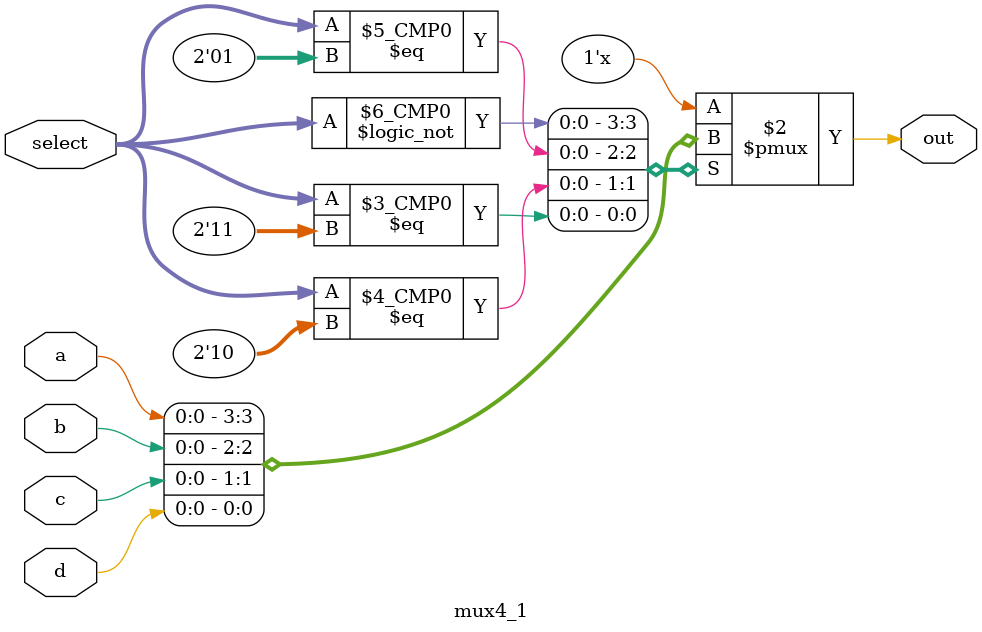
<source format=v>
module mux4_1 (input a, input b, input c,input d, input[1:0] select, output reg out); //a corresponds to 0th bit i.e LSB
    always @(*) begin
        case (select)
            2'b00: out = a;
            2'b01: out = b;
            2'b10: out = c;
            2'b11: out = d;
        endcase
    end
endmodule
//this is a 4 to 1 multiplexer module with 4 inputs (a, b, c, d), a 2-bit select line, and one output (out).
//if select is 00, out = a (LSB)
</source>
